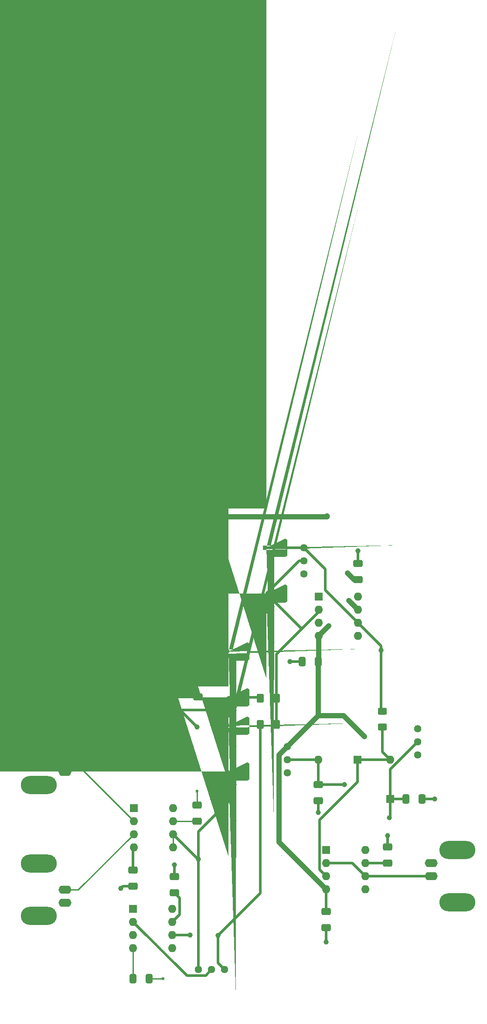
<source format=gbr>
%TF.GenerationSoftware,KiCad,Pcbnew,6.0.11-2627ca5db0~126~ubuntu20.04.1*%
%TF.CreationDate,2023-09-11T19:10:08-06:00*%
%TF.ProjectId,LaserPID,4c617365-7250-4494-942e-6b696361645f,rev?*%
%TF.SameCoordinates,Original*%
%TF.FileFunction,Copper,L1,Top*%
%TF.FilePolarity,Positive*%
%FSLAX46Y46*%
G04 Gerber Fmt 4.6, Leading zero omitted, Abs format (unit mm)*
G04 Created by KiCad (PCBNEW 6.0.11-2627ca5db0~126~ubuntu20.04.1) date 2023-09-11 19:10:08*
%MOMM*%
%LPD*%
G01*
G04 APERTURE LIST*
G04 Aperture macros list*
%AMRoundRect*
0 Rectangle with rounded corners*
0 $1 Rounding radius*
0 $2 $3 $4 $5 $6 $7 $8 $9 X,Y pos of 4 corners*
0 Add a 4 corners polygon primitive as box body*
4,1,4,$2,$3,$4,$5,$6,$7,$8,$9,$2,$3,0*
0 Add four circle primitives for the rounded corners*
1,1,$1+$1,$2,$3*
1,1,$1+$1,$4,$5*
1,1,$1+$1,$6,$7*
1,1,$1+$1,$8,$9*
0 Add four rect primitives between the rounded corners*
20,1,$1+$1,$2,$3,$4,$5,0*
20,1,$1+$1,$4,$5,$6,$7,0*
20,1,$1+$1,$6,$7,$8,$9,0*
20,1,$1+$1,$8,$9,$2,$3,0*%
%AMFreePoly0*
4,1,127,3.606109,1.749963,3.639805,1.744716,3.673905,1.744508,3.709490,1.733866,3.746186,1.728152,3.777052,1.713661,3.809726,1.703889,3.840894,1.683687,3.874511,1.667904,3.900069,1.645332,3.928688,1.626782,3.952933,1.598644,3.980769,1.574060,3.998966,1.545219,4.021226,1.519385,4.036598,1.485576,4.056417,1.454165,4.065788,1.421377,4.079903,1.390333,4.085168,1.353567,
4.095374,1.317858,4.095166,1.283757,4.100000,1.250000,4.100000,-1.250000,4.099963,-1.256109,4.094716,-1.289805,4.094508,-1.323905,4.083866,-1.359490,4.078152,-1.396186,4.063661,-1.427052,4.053889,-1.459726,4.033687,-1.490894,4.017904,-1.524511,3.995332,-1.550069,3.976782,-1.578688,3.948644,-1.602933,3.924060,-1.630769,3.895219,-1.648966,3.869385,-1.671226,3.835576,-1.686598,
3.804165,-1.706417,3.771377,-1.715788,3.740333,-1.729903,3.703567,-1.735168,3.667858,-1.745374,3.633757,-1.745166,3.600000,-1.750000,1.500000,-1.750000,1.493891,-1.749963,1.460195,-1.744716,1.426095,-1.744508,1.390510,-1.733866,1.353814,-1.728152,1.322948,-1.713661,1.290274,-1.703889,1.259106,-1.683687,1.225489,-1.667904,1.199931,-1.645332,1.171312,-1.626782,1.147067,-1.598644,
1.119231,-1.574060,1.101034,-1.545219,1.078774,-1.519385,1.063402,-1.485576,1.043583,-1.454165,1.034212,-1.421377,1.020097,-1.390333,1.014832,-1.353567,1.004626,-1.317858,1.004834,-1.283757,1.000000,-1.250000,1.000000,-1.113992,0.968187,-1.145694,0.768064,-1.288440,0.547315,-1.396584,0.311868,-1.467221,0.068044,-1.498456,-0.177606,-1.489448,-0.418487,-1.440441,-0.648129,-1.352749,
-0.860365,-1.228728,-1.049495,-1.071709,-1.210440,-0.885909,-1.338879,-0.676316,-1.431360,-0.448561,-1.485402,-0.208760,-1.499552,0.036648,-1.473431,0.281072,-1.407740,0.517947,-1.304242,0.740913,-1.165719,0.943981,-0.995889,1.121697,-0.799314,1.269290,-0.581273,1.382795,-0.347622,1.459164,-0.104635,1.496346,0.141162,1.493343,0.383169,1.450235,0.614885,1.368180,0.830087,1.249382,
1.000000,1.115194,1.000000,1.250000,1.000037,1.256109,1.005284,1.289805,1.005492,1.323905,1.016134,1.359490,1.021848,1.396186,1.036339,1.427052,1.046111,1.459726,1.066313,1.490894,1.082096,1.524511,1.104668,1.550069,1.123218,1.578688,1.151356,1.602933,1.175940,1.630769,1.204781,1.648966,1.230615,1.671226,1.264424,1.686598,1.295835,1.706417,1.328623,1.715788,
1.359667,1.729903,1.396433,1.735168,1.432142,1.745374,1.466243,1.745166,1.500000,1.750000,3.600000,1.750000,3.606109,1.749963,3.606109,1.749963,$1*%
G04 Aperture macros list end*
%TA.AperFunction,ComponentPad*%
%ADD10R,2.000000X2.000000*%
%TD*%
%TA.AperFunction,ComponentPad*%
%ADD11C,2.000000*%
%TD*%
%TA.AperFunction,ComponentPad*%
%ADD12FreePoly0,90.000000*%
%TD*%
%TA.AperFunction,ComponentPad*%
%ADD13FreePoly0,270.000000*%
%TD*%
%TA.AperFunction,SMDPad,CuDef*%
%ADD14RoundRect,0.249999X0.650001X-0.412501X0.650001X0.412501X-0.650001X0.412501X-0.650001X-0.412501X0*%
%TD*%
%TA.AperFunction,SMDPad,CuDef*%
%ADD15RoundRect,0.249999X-0.650001X0.412501X-0.650001X-0.412501X0.650001X-0.412501X0.650001X0.412501X0*%
%TD*%
%TA.AperFunction,SMDPad,CuDef*%
%ADD16RoundRect,0.249999X0.412501X0.650001X-0.412501X0.650001X-0.412501X-0.650001X0.412501X-0.650001X0*%
%TD*%
%TA.AperFunction,SMDPad,CuDef*%
%ADD17RoundRect,0.249999X-0.412501X-0.650001X0.412501X-0.650001X0.412501X0.650001X-0.412501X0.650001X0*%
%TD*%
%TA.AperFunction,ComponentPad*%
%ADD18R,1.800000X1.800000*%
%TD*%
%TA.AperFunction,ComponentPad*%
%ADD19C,1.800000*%
%TD*%
%TA.AperFunction,ComponentPad*%
%ADD20R,3.000000X3.000000*%
%TD*%
%TA.AperFunction,ComponentPad*%
%ADD21C,3.000000*%
%TD*%
%TA.AperFunction,ComponentPad*%
%ADD22O,2.500000X1.600000*%
%TD*%
%TA.AperFunction,ComponentPad*%
%ADD23O,7.000000X3.500000*%
%TD*%
%TA.AperFunction,SMDPad,CuDef*%
%ADD24RoundRect,0.250000X-0.400000X-0.625000X0.400000X-0.625000X0.400000X0.625000X-0.400000X0.625000X0*%
%TD*%
%TA.AperFunction,SMDPad,CuDef*%
%ADD25RoundRect,0.250000X0.400000X0.625000X-0.400000X0.625000X-0.400000X-0.625000X0.400000X-0.625000X0*%
%TD*%
%TA.AperFunction,SMDPad,CuDef*%
%ADD26RoundRect,0.250000X0.625000X-0.400000X0.625000X0.400000X-0.625000X0.400000X-0.625000X-0.400000X0*%
%TD*%
%TA.AperFunction,SMDPad,CuDef*%
%ADD27RoundRect,0.250000X-0.625000X0.400000X-0.625000X-0.400000X0.625000X-0.400000X0.625000X0.400000X0*%
%TD*%
%TA.AperFunction,ComponentPad*%
%ADD28C,1.440000*%
%TD*%
%TA.AperFunction,ComponentPad*%
%ADD29R,1.600000X1.600000*%
%TD*%
%TA.AperFunction,ComponentPad*%
%ADD30O,1.600000X1.600000*%
%TD*%
%TA.AperFunction,SMDPad,CuDef*%
%ADD31RoundRect,0.150000X0.825000X0.150000X-0.825000X0.150000X-0.825000X-0.150000X0.825000X-0.150000X0*%
%TD*%
%TA.AperFunction,ComponentPad*%
%ADD32C,1.000000*%
%TD*%
%TA.AperFunction,SMDPad,CuDef*%
%ADD33RoundRect,0.250001X0.462499X0.624999X-0.462499X0.624999X-0.462499X-0.624999X0.462499X-0.624999X0*%
%TD*%
%TA.AperFunction,SMDPad,CuDef*%
%ADD34RoundRect,0.250001X-0.462499X-0.624999X0.462499X-0.624999X0.462499X0.624999X-0.462499X0.624999X0*%
%TD*%
%TA.AperFunction,ViaPad*%
%ADD35C,1.000000*%
%TD*%
%TA.AperFunction,ViaPad*%
%ADD36C,1.200000*%
%TD*%
%TA.AperFunction,ViaPad*%
%ADD37C,0.600000*%
%TD*%
%TA.AperFunction,Conductor*%
%ADD38C,1.000000*%
%TD*%
%TA.AperFunction,Conductor*%
%ADD39C,0.500000*%
%TD*%
%TA.AperFunction,Conductor*%
%ADD40C,0.250000*%
%TD*%
G04 APERTURE END LIST*
D10*
%TO.P,C1,1*%
%TO.N,VCC*%
X766318000Y-45547677D03*
D11*
%TO.P,C1,2*%
%TO.N,GND*%
X766318000Y-40547677D03*
%TD*%
D10*
%TO.P,C2,1*%
%TO.N,GND*%
X766318000Y-28122969D03*
D11*
%TO.P,C2,2*%
%TO.N,VSS*%
X766318000Y-33122969D03*
%TD*%
D10*
%TO.P,C3,1*%
%TO.N,VCC*%
X777494000Y-39451677D03*
D11*
%TO.P,C3,2*%
%TO.N,VSS*%
X777494000Y-34451677D03*
%TD*%
D12*
%TO.P,C6,1*%
%TO.N,Net-(C6-Pad1)*%
X791210000Y-74422000D03*
D13*
%TO.P,C6,2*%
%TO.N,Net-(C6-Pad2)*%
X791210000Y-65532000D03*
%TD*%
D14*
%TO.P,C7,1*%
%TO.N,GND*%
X772668000Y-85890500D03*
%TO.P,C7,2*%
%TO.N,VSS*%
X772668000Y-82765500D03*
%TD*%
D15*
%TO.P,C8,1*%
%TO.N,GND*%
X785241000Y-71170000D03*
%TO.P,C8,2*%
%TO.N,VCC*%
X785241000Y-74295000D03*
%TD*%
D16*
%TO.P,C9,1*%
%TO.N,GND*%
X775793000Y-129032000D03*
%TO.P,C9,2*%
%TO.N,VSS*%
X772668000Y-129032000D03*
%TD*%
D15*
%TO.P,C10,1*%
%TO.N,GND*%
X780669000Y-109181500D03*
%TO.P,C10,2*%
%TO.N,VCC*%
X780669000Y-112306500D03*
%TD*%
D17*
%TO.P,C11,1*%
%TO.N,GND*%
X805522500Y-67437000D03*
%TO.P,C11,2*%
%TO.N,VSS*%
X808647500Y-67437000D03*
%TD*%
D15*
%TO.P,C12,1*%
%TO.N,GND*%
X816356000Y-48437000D03*
%TO.P,C12,2*%
%TO.N,VCC*%
X816356000Y-51562000D03*
%TD*%
D12*
%TO.P,C13,1*%
%TO.N,Net-(C13-Pad1)*%
X798576000Y-54229000D03*
D13*
%TO.P,C13,2*%
%TO.N,Net-(C13-Pad2)*%
X798576000Y-45339000D03*
%TD*%
D14*
%TO.P,C16,1*%
%TO.N,GND*%
X810133000Y-119126000D03*
%TO.P,C16,2*%
%TO.N,VSS*%
X810133000Y-116001000D03*
%TD*%
D16*
%TO.P,C18,1*%
%TO.N,GND*%
X828752000Y-94107000D03*
%TO.P,C18,2*%
%TO.N,Net-(C18-Pad2)*%
X825627000Y-94107000D03*
%TD*%
D15*
%TO.P,C20,1*%
%TO.N,GND*%
X780415000Y-44119000D03*
%TO.P,C20,2*%
%TO.N,Net-(C20-Pad2)*%
X780415000Y-47244000D03*
%TD*%
D18*
%TO.P,D3,1,K*%
%TO.N,VSS*%
X777489000Y-27178000D03*
D19*
%TO.P,D3,2,A*%
%TO.N,Net-(D3-Pad2)*%
X780029000Y-27178000D03*
%TD*%
D20*
%TO.P,P1,1,P1*%
%TO.N,Net-(D4-Pad2)*%
X750570000Y-45720000D03*
D21*
%TO.P,P1,2,P2*%
%TO.N,GND*%
X750570000Y-40640000D03*
%TO.P,P1,3,P3*%
%TO.N,Net-(D5-Pad1)*%
X750570000Y-35560000D03*
%TD*%
D22*
%TO.P,IN2,1,In*%
%TO.N,Net-(P3-Pad1)*%
X759460000Y-111760000D03*
D23*
%TO.P,IN2,2,Ext*%
%TO.N,GND*%
X754380000Y-106680000D03*
D22*
X759460000Y-114300000D03*
D23*
X754380000Y-116840000D03*
%TD*%
D22*
%TO.P,OUT,1,In*%
%TO.N,Net-(P4-Pad1)*%
X830580000Y-109093000D03*
D23*
%TO.P,OUT,2,Ext*%
%TO.N,GND*%
X835660000Y-104013000D03*
X835660000Y-114173000D03*
D22*
X830580000Y-106553000D03*
%TD*%
D24*
%TO.P,R1,1*%
%TO.N,Net-(C6-Pad1)*%
X797381000Y-74549000D03*
%TO.P,R1,2*%
%TO.N,Net-(C13-Pad1)*%
X800481000Y-74549000D03*
%TD*%
D25*
%TO.P,R2,1*%
%TO.N,Net-(C13-Pad1)*%
X800481000Y-79629000D03*
%TO.P,R2,2*%
%TO.N,Net-(R2-Pad2)*%
X797381000Y-79629000D03*
%TD*%
D13*
%TO.P,R6,1*%
%TO.N,Net-(C6-Pad2)*%
X791210000Y-79883000D03*
D12*
%TO.P,R6,2*%
%TO.N,Net-(R6-Pad2)*%
X791210000Y-88773000D03*
%TD*%
D25*
%TO.P,R7,1*%
%TO.N,/RST*%
X770561000Y-60960000D03*
%TO.P,R7,2*%
%TO.N,Net-(P5-Pad1)*%
X767461000Y-60960000D03*
%TD*%
D26*
%TO.P,R8,1*%
%TO.N,Net-(D1-Pad2)*%
X821081000Y-80189000D03*
%TO.P,R8,2*%
%TO.N,Net-(C13-Pad2)*%
X821081000Y-77089000D03*
%TD*%
D24*
%TO.P,R9,1*%
%TO.N,VCC*%
X777315000Y-51054000D03*
%TO.P,R9,2*%
%TO.N,Net-(C20-Pad2)*%
X780415000Y-51054000D03*
%TD*%
D27*
%TO.P,R10,1*%
%TO.N,GND*%
X784479000Y-47954000D03*
%TO.P,R10,2*%
%TO.N,Net-(C20-Pad2)*%
X784479000Y-51054000D03*
%TD*%
D26*
%TO.P,R12,1*%
%TO.N,Net-(C6-Pad1)*%
X773811000Y-66447000D03*
%TO.P,R12,2*%
%TO.N,Net-(R12-Pad2)*%
X773811000Y-63347000D03*
%TD*%
D25*
%TO.P,R13,1*%
%TO.N,/RST*%
X770509000Y-55499000D03*
%TO.P,R13,2*%
%TO.N,GND*%
X767409000Y-55499000D03*
%TD*%
D28*
%TO.P,RVGAIN1,1*%
%TO.N,Net-(C13-Pad2)*%
X805815000Y-45339000D03*
%TO.P,RVGAIN1,2*%
%TO.N,Net-(C13-Pad1)*%
X805815000Y-47879000D03*
%TO.P,RVGAIN1,3*%
%TO.N,N/C*%
X805815000Y-50419000D03*
%TD*%
%TO.P,RVLIM1,1,1*%
%TO.N,VSS*%
X827913000Y-85598000D03*
%TO.P,RVLIM1,2,2*%
%TO.N,Net-(C18-Pad2)*%
X827913000Y-83058000D03*
%TO.P,RVLIM1,3,3*%
%TO.N,VCC*%
X827913000Y-80518000D03*
%TD*%
D29*
%TO.P,U2,1*%
%TO.N,unconnected-(U2-Pad1)*%
X772795000Y-71755000D03*
D30*
%TO.P,U2,2,-*%
%TO.N,Net-(C6-Pad2)*%
X772795000Y-74295000D03*
%TO.P,U2,3,+*%
%TO.N,GND*%
X772795000Y-76835000D03*
%TO.P,U2,4,V-*%
%TO.N,VSS*%
X772795000Y-79375000D03*
%TO.P,U2,5*%
%TO.N,unconnected-(U2-Pad5)*%
X780415000Y-79375000D03*
%TO.P,U2,6*%
%TO.N,Net-(C6-Pad1)*%
X780415000Y-76835000D03*
%TO.P,U2,7,V+*%
%TO.N,VCC*%
X780415000Y-74295000D03*
%TO.P,U2,8*%
%TO.N,N/C*%
X780415000Y-71755000D03*
%TD*%
D29*
%TO.P,U3,1*%
%TO.N,unconnected-(U3-Pad1)*%
X772668000Y-115443000D03*
D30*
%TO.P,U3,2,-*%
%TO.N,Net-(RVPROP1-Pad2)*%
X772668000Y-117983000D03*
%TO.P,U3,3,+*%
%TO.N,GND*%
X772668000Y-120523000D03*
%TO.P,U3,4,V-*%
%TO.N,VSS*%
X772668000Y-123063000D03*
%TO.P,U3,5*%
%TO.N,unconnected-(U3-Pad5)*%
X780288000Y-123063000D03*
%TO.P,U3,6*%
%TO.N,Net-(R2-Pad2)*%
X780288000Y-120523000D03*
%TO.P,U3,7,V+*%
%TO.N,VCC*%
X780288000Y-117983000D03*
%TO.P,U3,8*%
%TO.N,N/C*%
X780288000Y-115443000D03*
%TD*%
D29*
%TO.P,U4,1*%
%TO.N,unconnected-(U4-Pad1)*%
X808736000Y-54864000D03*
D30*
%TO.P,U4,2,-*%
%TO.N,Net-(C13-Pad1)*%
X808736000Y-57404000D03*
%TO.P,U4,3,+*%
%TO.N,GND*%
X808736000Y-59944000D03*
%TO.P,U4,4,V-*%
%TO.N,VSS*%
X808736000Y-62484000D03*
%TO.P,U4,5*%
%TO.N,unconnected-(U4-Pad5)*%
X816356000Y-62484000D03*
%TO.P,U4,6*%
%TO.N,Net-(C13-Pad2)*%
X816356000Y-59944000D03*
%TO.P,U4,7,V+*%
%TO.N,VCC*%
X816356000Y-57404000D03*
%TO.P,U4,8*%
%TO.N,N/C*%
X816356000Y-54864000D03*
%TD*%
D29*
%TO.P,U6,1*%
%TO.N,unconnected-(U6-Pad1)*%
X810133000Y-104013000D03*
D30*
%TO.P,U6,2,-*%
%TO.N,Net-(P4-Pad1)*%
X810133000Y-106553000D03*
%TO.P,U6,3,+*%
%TO.N,Net-(D1-Pad2)*%
X810133000Y-109093000D03*
%TO.P,U6,4,V-*%
%TO.N,VSS*%
X810133000Y-111633000D03*
%TO.P,U6,5*%
%TO.N,unconnected-(U6-Pad5)*%
X817753000Y-111633000D03*
%TO.P,U6,6*%
%TO.N,Net-(P4-Pad1)*%
X817753000Y-109093000D03*
%TO.P,U6,7,V+*%
%TO.N,VCC*%
X817753000Y-106553000D03*
%TO.P,U6,8*%
%TO.N,N/C*%
X817753000Y-104013000D03*
%TD*%
D31*
%TO.P,U7,1,COM*%
%TO.N,Net-(C6-Pad2)*%
X778699000Y-60325000D03*
%TO.P,U7,2,B*%
%TO.N,Net-(R11-Pad2)*%
X778699000Y-59055000D03*
%TO.P,U7,3,GND*%
%TO.N,GND*%
X778699000Y-57785000D03*
%TO.P,U7,4,V+*%
%TO.N,VCC*%
X778699000Y-56515000D03*
%TO.P,U7,5,VCC*%
%TO.N,Net-(C20-Pad2)*%
X773749000Y-56515000D03*
%TO.P,U7,6,A/B*%
%TO.N,/RST*%
X773749000Y-57785000D03*
%TO.P,U7,7,V-*%
%TO.N,VSS*%
X773749000Y-59055000D03*
%TO.P,U7,8,A*%
%TO.N,Net-(R12-Pad2)*%
X773749000Y-60325000D03*
%TD*%
D32*
%TO.P,ERROR,1,1*%
%TO.N,Net-(R6-Pad2)*%
X785368000Y-105791000D03*
%TD*%
%TO.P,INT,1,1*%
%TO.N,Net-(C6-Pad1)*%
X785114000Y-80137000D03*
%TD*%
%TO.P,PROP,1,1*%
%TO.N,Net-(R2-Pad2)*%
X789178000Y-120650000D03*
%TD*%
%TO.P,SUM,1,1*%
%TO.N,Net-(C13-Pad2)*%
X820801000Y-65278000D03*
%TD*%
%TO.P,ULIMIT,1,1*%
%TO.N,Net-(C18-Pad2)*%
X822452000Y-97790000D03*
%TD*%
D26*
%TO.P,R5,1*%
%TO.N,VCC*%
X785368000Y-39396000D03*
%TO.P,R5,2*%
%TO.N,Net-(D3-Pad2)*%
X785368000Y-36296000D03*
%TD*%
D29*
%TO.P,D1,1,K*%
%TO.N,Net-(C18-Pad2)*%
X822579000Y-94107000D03*
D30*
%TO.P,D1,2,A*%
%TO.N,Net-(D1-Pad2)*%
X822579000Y-86487000D03*
%TD*%
D22*
%TO.P,IN1,1,In*%
%TO.N,Net-(P2-Pad1)*%
X759460000Y-86360000D03*
D23*
%TO.P,IN1,2,Ext*%
%TO.N,GND*%
X754380000Y-81280000D03*
D22*
X759460000Y-88900000D03*
D23*
X754380000Y-91440000D03*
%TD*%
D22*
%TO.P,RST,1,In*%
%TO.N,Net-(P5-Pad1)*%
X759460000Y-60960000D03*
%TO.P,RST,2,Ext*%
%TO.N,GND*%
X759460000Y-63500000D03*
D23*
X754380000Y-55880000D03*
X754380000Y-66040000D03*
%TD*%
D15*
%TO.P,C5,1*%
%TO.N,GND*%
X785114000Y-95300000D03*
%TO.P,C5,2*%
%TO.N,VCC*%
X785114000Y-98425000D03*
%TD*%
D14*
%TO.P,C4,1*%
%TO.N,GND*%
X772668000Y-111075000D03*
%TO.P,C4,2*%
%TO.N,VSS*%
X772668000Y-107950000D03*
%TD*%
D29*
%TO.P,U1,1*%
%TO.N,GND*%
X772795000Y-95885000D03*
D30*
%TO.P,U1,2,-*%
%TO.N,Net-(P2-Pad1)*%
X772795000Y-98425000D03*
%TO.P,U1,3,+*%
%TO.N,Net-(P3-Pad1)*%
X772795000Y-100965000D03*
%TO.P,U1,4,V-*%
%TO.N,VSS*%
X772795000Y-103505000D03*
%TO.P,U1,5*%
%TO.N,Net-(R6-Pad2)*%
X780415000Y-103505000D03*
%TO.P,U1,6*%
X780415000Y-100965000D03*
%TO.P,U1,7,V+*%
%TO.N,VCC*%
X780415000Y-98425000D03*
%TO.P,U1,8*%
%TO.N,N/C*%
X780415000Y-95885000D03*
%TD*%
D26*
%TO.P,R11,1*%
%TO.N,Net-(C6-Pad1)*%
X781812000Y-66447000D03*
%TO.P,R11,2*%
%TO.N,Net-(R11-Pad2)*%
X781812000Y-63347000D03*
%TD*%
D15*
%TO.P,C17,1*%
%TO.N,GND*%
X822071000Y-103466500D03*
%TO.P,C17,2*%
%TO.N,VCC*%
X822071000Y-106591500D03*
%TD*%
D28*
%TO.P,RVPROP1,1,1*%
%TO.N,Net-(R6-Pad2)*%
X785368000Y-127254000D03*
%TO.P,RVPROP1,2,2*%
%TO.N,Net-(RVPROP1-Pad2)*%
X787908000Y-127254000D03*
%TO.P,RVPROP1,3,3*%
%TO.N,Net-(R2-Pad2)*%
X790448000Y-127254000D03*
%TD*%
D29*
%TO.P,D2,1,K*%
%TO.N,Net-(D1-Pad2)*%
X816229000Y-86487000D03*
D30*
%TO.P,D2,2,A*%
%TO.N,Net-(C19-Pad2)*%
X808609000Y-86487000D03*
%TD*%
D14*
%TO.P,C19,1*%
%TO.N,GND*%
X808609000Y-94438000D03*
%TO.P,C19,2*%
%TO.N,Net-(C19-Pad2)*%
X808609000Y-91313000D03*
%TD*%
D28*
%TO.P,RVLIM2,1,1*%
%TO.N,VSS*%
X802640000Y-83947000D03*
%TO.P,RVLIM2,2,2*%
%TO.N,Net-(C19-Pad2)*%
X802640000Y-86487000D03*
%TO.P,RVLIM2,3,3*%
%TO.N,VCC*%
X802640000Y-89027000D03*
%TD*%
D32*
%TO.P,LLIMIT,1,1*%
%TO.N,Net-(C19-Pad2)*%
X813689000Y-91313000D03*
%TD*%
D33*
%TO.P,D4,1,K*%
%TO.N,VCC*%
X759387000Y-45720000D03*
%TO.P,D4,2,A*%
%TO.N,Net-(D4-Pad2)*%
X756412000Y-45720000D03*
%TD*%
D34*
%TO.P,D5,1,K*%
%TO.N,Net-(D5-Pad1)*%
X756561000Y-35560000D03*
%TO.P,D5,2,A*%
%TO.N,VSS*%
X759536000Y-35560000D03*
%TD*%
D35*
%TO.N,VCC*%
X814578000Y-55626000D03*
D36*
X810323500Y-39306500D03*
X778764000Y-54737000D03*
D35*
X777367000Y-48514000D03*
X814324000Y-50292000D03*
%TO.N,GND*%
X780669000Y-106934000D03*
X831215000Y-94107000D03*
X770382000Y-87884000D03*
X808609000Y-96774000D03*
X803148000Y-67437000D03*
D37*
X778510000Y-129032000D03*
D35*
X781558000Y-57785000D03*
X816356000Y-45974000D03*
X770255000Y-111506000D03*
X764667000Y-55626000D03*
X810133000Y-121920000D03*
X822071000Y-101219000D03*
X784479000Y-44196000D03*
D37*
X785114000Y-92583000D03*
D35*
X780415000Y-41402000D03*
X785241000Y-68072000D03*
%TO.N,VSS*%
X817626000Y-82042000D03*
X810690001Y-60529999D03*
X775745871Y-59508307D03*
%TO.N,Net-(C6-Pad2)*%
X779018000Y-69215000D03*
X788162000Y-79375000D03*
X779145000Y-65278000D03*
%TO.N,Net-(R2-Pad2)*%
X783717000Y-120523000D03*
%TD*%
D38*
%TO.N,VCC*%
X759387000Y-45720000D02*
X766145677Y-45720000D01*
D39*
X817753000Y-106553000D02*
X822032500Y-106553000D01*
X780288000Y-117983000D02*
X781738001Y-116532999D01*
X781738001Y-113375501D02*
X780669000Y-112306500D01*
X778699000Y-56515000D02*
X778637000Y-56515000D01*
X822032500Y-106553000D02*
X822071000Y-106591500D01*
D40*
X780415000Y-98425000D02*
X785114000Y-98425000D01*
D39*
X777315000Y-48566000D02*
X777367000Y-48514000D01*
X781738001Y-116532999D02*
X781738001Y-113375501D01*
D38*
X785368000Y-39396000D02*
X777549677Y-39396000D01*
X815594000Y-51562000D02*
X814324000Y-50292000D01*
X771596323Y-45547677D02*
X766318000Y-45547677D01*
D39*
X778699000Y-56515000D02*
X778699000Y-54802000D01*
D38*
X785368000Y-39396000D02*
X810234000Y-39396000D01*
X816356000Y-57404000D02*
X814578000Y-55626000D01*
X777494000Y-39650000D02*
X771596323Y-45547677D01*
X810234000Y-39396000D02*
X810323500Y-39306500D01*
D39*
X778699000Y-54802000D02*
X778764000Y-54737000D01*
X777315000Y-51054000D02*
X777315000Y-48566000D01*
D38*
X777494000Y-39451677D02*
X777494000Y-39650000D01*
X816356000Y-51562000D02*
X815594000Y-51562000D01*
X777549677Y-39396000D02*
X777494000Y-39451677D01*
D39*
X780415000Y-74295000D02*
X785241000Y-74295000D01*
D38*
X766145677Y-45720000D02*
X766318000Y-45547677D01*
D39*
%TO.N,GND*%
X805522500Y-67437000D02*
X803148000Y-67437000D01*
X784479000Y-47954000D02*
X784479000Y-44196000D01*
X816356000Y-48437000D02*
X816356000Y-45974000D01*
X767409000Y-55499000D02*
X764794000Y-55499000D01*
X822071000Y-103466500D02*
X822071000Y-101219000D01*
X780669000Y-109181500D02*
X780669000Y-106934000D01*
D38*
X772375500Y-85890500D02*
X770382000Y-87884000D01*
D39*
X808609000Y-94438000D02*
X808609000Y-96774000D01*
X770686000Y-111075000D02*
X770255000Y-111506000D01*
X764794000Y-55499000D02*
X764667000Y-55626000D01*
X780415000Y-44119000D02*
X780415000Y-41402000D01*
D40*
X785114000Y-95300000D02*
X785114000Y-92583000D01*
D39*
X772668000Y-111075000D02*
X770686000Y-111075000D01*
X785241000Y-71170000D02*
X785241000Y-68072000D01*
X828752000Y-94107000D02*
X831215000Y-94107000D01*
X810133000Y-119126000D02*
X810133000Y-121920000D01*
D40*
X775793000Y-129032000D02*
X778510000Y-129032000D01*
D38*
X772668000Y-95758000D02*
X772795000Y-95885000D01*
D39*
X778699000Y-57785000D02*
X781558000Y-57785000D01*
D38*
X772668000Y-85890500D02*
X772375500Y-85890500D01*
%TO.N,VSS*%
X808647500Y-67437000D02*
X808647500Y-77939500D01*
X808736000Y-67348500D02*
X808647500Y-67437000D01*
X808736000Y-62484000D02*
X808736000Y-67348500D01*
X772668000Y-82765500D02*
X772668000Y-79502000D01*
X766318000Y-33122969D02*
X776165292Y-33122969D01*
X772668000Y-79502000D02*
X772795000Y-79375000D01*
X808647500Y-77939500D02*
X802640000Y-83947000D01*
X808647500Y-77939500D02*
X813523500Y-77939500D01*
X777494000Y-34451677D02*
X777494000Y-27183000D01*
X759536000Y-35560000D02*
X763880969Y-35560000D01*
X763880969Y-35560000D02*
X766318000Y-33122969D01*
D39*
X772668000Y-103632000D02*
X772795000Y-103505000D01*
D38*
X777494000Y-27183000D02*
X777489000Y-27178000D01*
D40*
X772668000Y-123063000D02*
X772668000Y-129032000D01*
D39*
X773749000Y-59055000D02*
X775292564Y-59055000D01*
D38*
X808736000Y-62484000D02*
X810690001Y-60529999D01*
D39*
X810133000Y-111633000D02*
X810133000Y-116001000D01*
X775292564Y-59055000D02*
X775745871Y-59508307D01*
D38*
X776165292Y-33122969D02*
X777494000Y-34451677D01*
X801019999Y-102519999D02*
X810133000Y-111633000D01*
X813523500Y-77939500D02*
X817626000Y-82042000D01*
X801019999Y-85567001D02*
X801019999Y-102519999D01*
D39*
X772668000Y-107950000D02*
X772668000Y-103632000D01*
D38*
X802640000Y-83947000D02*
X801019999Y-85567001D01*
D39*
%TO.N,Net-(C6-Pad2)*%
X788670000Y-79883000D02*
X788162000Y-79375000D01*
X773938000Y-74295000D02*
X772795000Y-74295000D01*
X779018000Y-69215000D02*
X773938000Y-74295000D01*
X791210000Y-65532000D02*
X790154447Y-64476447D01*
X791210000Y-79883000D02*
X788670000Y-79883000D01*
X779946553Y-64476447D02*
X779145000Y-65278000D01*
X790154447Y-64476447D02*
X779946553Y-64476447D01*
X778699000Y-64832000D02*
X779145000Y-65278000D01*
X778699000Y-60325000D02*
X778699000Y-64832000D01*
%TO.N,Net-(C6-Pad1)*%
X781812000Y-66447000D02*
X781812000Y-68507998D01*
X791210000Y-74422000D02*
X797254000Y-74422000D01*
X773811000Y-66447000D02*
X781812000Y-66447000D01*
X781558000Y-76835000D02*
X788797000Y-76835000D01*
X785114000Y-80137000D02*
X781812000Y-76835000D01*
X781812000Y-68507998D02*
X778964999Y-71354999D01*
X778964999Y-75384999D02*
X780415000Y-76835000D01*
X788797000Y-76835000D02*
X791210000Y-74422000D01*
X797254000Y-74422000D02*
X797381000Y-74549000D01*
X781812000Y-76835000D02*
X781558000Y-76835000D01*
X778964999Y-71354999D02*
X778964999Y-75384999D01*
X780415000Y-76835000D02*
X781558000Y-76835000D01*
%TO.N,Net-(C13-Pad1)*%
X800481000Y-74549000D02*
X800481000Y-66052998D01*
X804926000Y-47879000D02*
X805815000Y-47879000D01*
X800481000Y-79629000D02*
X800481000Y-74549000D01*
X808736000Y-57797998D02*
X808736000Y-57404000D01*
X800481000Y-66052998D02*
X805440499Y-61093499D01*
X798576000Y-54229000D02*
X805440499Y-61093499D01*
X798576000Y-54229000D02*
X804926000Y-47879000D01*
X805440499Y-61093499D02*
X808736000Y-57797998D01*
%TO.N,Net-(C13-Pad2)*%
X820801000Y-76809000D02*
X821081000Y-77089000D01*
X809986001Y-49510001D02*
X809986001Y-53574001D01*
X805815000Y-45339000D02*
X809986001Y-49510001D01*
X820801000Y-64389000D02*
X816356000Y-59944000D01*
X820801000Y-65278000D02*
X820801000Y-76809000D01*
X805815000Y-45339000D02*
X798576000Y-45339000D01*
X820801000Y-64389000D02*
X820801000Y-65278000D01*
X809986001Y-53574001D02*
X816356000Y-59944000D01*
%TO.N,Net-(C18-Pad2)*%
X822579000Y-94107000D02*
X825627000Y-94107000D01*
X822579000Y-94107000D02*
X822579000Y-97663000D01*
X822579000Y-88392000D02*
X822579000Y-94107000D01*
X827913000Y-83058000D02*
X822579000Y-88392000D01*
X822579000Y-97663000D02*
X822452000Y-97790000D01*
%TO.N,Net-(C19-Pad2)*%
X808609000Y-86487000D02*
X808609000Y-91313000D01*
X802640000Y-86487000D02*
X808609000Y-86487000D01*
X808609000Y-91313000D02*
X813689000Y-91313000D01*
D38*
%TO.N,Net-(C20-Pad2)*%
X780415000Y-51054000D02*
X780415000Y-47244000D01*
D39*
X773749000Y-56515000D02*
X774699010Y-55564990D01*
D38*
X780415000Y-51054000D02*
X784479000Y-51054000D01*
D39*
X774699010Y-55564990D02*
X775904010Y-55564990D01*
X775904010Y-55564990D02*
X780415000Y-51054000D01*
%TO.N,Net-(D1-Pad2)*%
X821081000Y-84989000D02*
X822579000Y-86487000D01*
X821081000Y-80189000D02*
X821081000Y-84989000D01*
X810133000Y-109093000D02*
X808882999Y-107842999D01*
X808882999Y-98202003D02*
X816229000Y-90856002D01*
X816229000Y-90856002D02*
X816229000Y-86487000D01*
X816229000Y-86487000D02*
X822579000Y-86487000D01*
X808882999Y-107842999D02*
X808882999Y-98202003D01*
D38*
%TO.N,Net-(D3-Pad2)*%
X780029000Y-30957000D02*
X785368000Y-36296000D01*
X780029000Y-27178000D02*
X780029000Y-30957000D01*
D40*
%TO.N,Net-(P2-Pad1)*%
X760730000Y-86360000D02*
X772795000Y-98425000D01*
X759460000Y-86360000D02*
X760730000Y-86360000D01*
%TO.N,Net-(P3-Pad1)*%
X762000000Y-111760000D02*
X772795000Y-100965000D01*
X759460000Y-111760000D02*
X762000000Y-111760000D01*
D39*
%TO.N,Net-(P4-Pad1)*%
X810133000Y-106553000D02*
X815213000Y-106553000D01*
X817753000Y-109093000D02*
X830834000Y-109093000D01*
X815213000Y-106553000D02*
X817753000Y-109093000D01*
X830834000Y-109093000D02*
X830961000Y-108966000D01*
%TO.N,Net-(P5-Pad1)*%
X767461000Y-60960000D02*
X759460000Y-60960000D01*
%TO.N,Net-(R2-Pad2)*%
X789178000Y-125984000D02*
X790448000Y-127254000D01*
X789178000Y-120650000D02*
X789178000Y-125984000D01*
X797381000Y-112447000D02*
X797381000Y-79629000D01*
X789178000Y-120650000D02*
X797381000Y-112447000D01*
X780288000Y-120523000D02*
X783717000Y-120523000D01*
%TO.N,Net-(R6-Pad2)*%
X785368000Y-127254000D02*
X785368000Y-105791000D01*
X791210000Y-88773000D02*
X791210000Y-94664310D01*
X791210000Y-94664310D02*
X785368000Y-100506310D01*
X785368000Y-105918000D02*
X780415000Y-100965000D01*
X785368000Y-100506310D02*
X785368000Y-105791000D01*
D40*
X780415000Y-103505000D02*
X780415000Y-100965000D01*
D39*
%TO.N,/RST*%
X773749000Y-57785000D02*
X770763000Y-57785000D01*
X770561000Y-57583000D02*
X770561000Y-55551000D01*
X770561000Y-60960000D02*
X770561000Y-57583000D01*
X770763000Y-57785000D02*
X770561000Y-57583000D01*
X770561000Y-55551000D02*
X770509000Y-55499000D01*
%TO.N,Net-(R11-Pad2)*%
X779674000Y-59055000D02*
X781812000Y-61193000D01*
X778699000Y-59055000D02*
X779674000Y-59055000D01*
X781812000Y-61193000D02*
X781812000Y-63347000D01*
%TO.N,Net-(R12-Pad2)*%
X773749000Y-63285000D02*
X773811000Y-63347000D01*
X773749000Y-60325000D02*
X773749000Y-63285000D01*
%TO.N,Net-(RVPROP1-Pad2)*%
X787908000Y-127254000D02*
X786737999Y-128424001D01*
X783109001Y-128424001D02*
X772668000Y-117983000D01*
X786737999Y-128424001D02*
X783109001Y-128424001D01*
D38*
%TO.N,Net-(D4-Pad2)*%
X750697000Y-45847000D02*
X750570000Y-45720000D01*
X750570000Y-45720000D02*
X756412000Y-45720000D01*
%TO.N,Net-(D5-Pad1)*%
X750570000Y-35560000D02*
X756561000Y-35560000D01*
%TD*%
M02*

</source>
